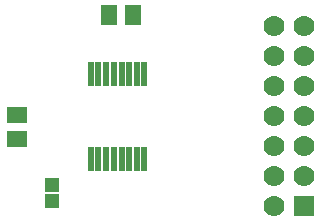
<source format=gts>
G04 Layer: TopSolderMaskLayer*
G04 EasyEDA v5.9.42, Wed, 03 Apr 2019 18:24:54 GMT*
G04 579cbe9e52b34580ac28a50418072f00*
G04 Gerber Generator version 0.2*
G04 Scale: 100 percent, Rotated: No, Reflected: No *
G04 Dimensions in millimeters *
G04 leading zeros omitted , absolute positions ,3 integer and 3 decimal *
%FSLAX33Y33*%
%MOMM*%
G90*
G71D02*

%ADD22R,0.609600X2.006600*%
%ADD23R,1.778000X1.778000*%
%ADD24C,1.778000*%
%ADD25R,1.363218X1.653210*%
%ADD26R,1.653210X1.363218*%
%ADD27R,1.303198X1.203198*%

%LPD*%
G54D22*
G01X10266Y11043D03*
G01X10927Y11043D03*
G01X11562Y11043D03*
G01X12222Y11043D03*
G01X12882Y11043D03*
G01X13517Y11043D03*
G01X14178Y11043D03*
G01X14813Y11043D03*
G01X14813Y18232D03*
G01X14178Y18232D03*
G01X13517Y18232D03*
G01X12882Y18232D03*
G01X12222Y18232D03*
G01X11562Y18232D03*
G01X10927Y18232D03*
G01X10266Y18232D03*
G54D23*
G01X28310Y7018D03*
G54D24*
G01X25770Y7018D03*
G01X28310Y9558D03*
G01X25770Y9558D03*
G01X28310Y12098D03*
G01X25770Y12098D03*
G01X28310Y14638D03*
G01X25770Y14638D03*
G01X28310Y17178D03*
G01X25770Y17178D03*
G01X28310Y19718D03*
G01X25770Y19718D03*
G01X28310Y22258D03*
G01X25770Y22258D03*
G54D25*
G01X11811Y23241D03*
G01X13843Y23241D03*
G54D26*
G01X4064Y14732D03*
G01X4064Y12700D03*
G54D27*
G01X6985Y8828D03*
G01X6985Y7427D03*
M00*
M02*

</source>
